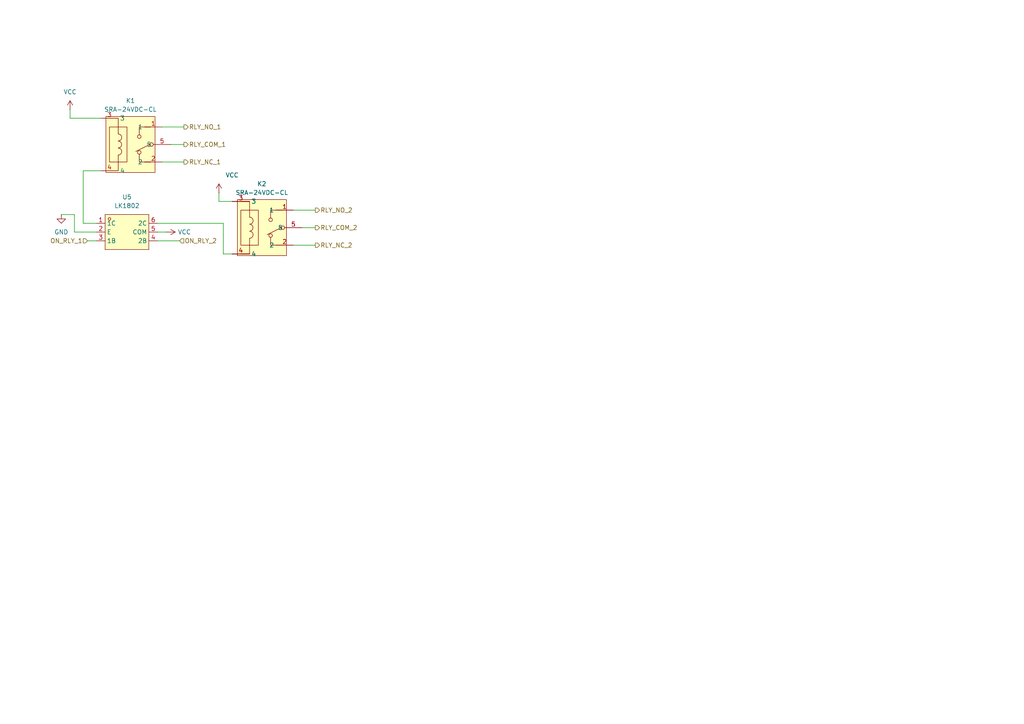
<source format=kicad_sch>
(kicad_sch (version 20250114) (generator "eeschema") (generator_version "9.0")
  (paper "A4")
  (lib_symbols
    (symbol "RLY:LK1802"
      (property "Reference" "U" (at 0 7.62 0))
      (property "Value" "LK1802" (at 0 -7.62 0))
      (symbol "LK1802_0_1"
        (rectangle (start -6.35 5.08) (end 6.35 -5.08) (fill (type background)))
        (circle (center -5.08 3.81) (radius 0.38))
        (pin unspecified line (at -8.89 2.54 0) (length 2.54) (name "1C") (number "1"))
        (pin unspecified line (at -8.89 0 0) (length 2.54) (name "E") (number "2"))
        (pin unspecified line (at -8.89 -2.54 0) (length 2.54) (name "1B") (number "3"))
        (pin unspecified line (at 8.89 2.54 180) (length 2.54) (name "2C") (number "6"))
        (pin unspecified line (at 8.89 0 180) (length 2.54) (name "COM") (number "5"))
        (pin unspecified line (at 8.89 -2.54 180) (length 2.54) (name "2B") (number "4"))
      )
    )
    (symbol "RLY:SRA-24VDC-CL"
      (property "Reference" "K" (at 0 12.7 0))
      (property "Value" "SRA-24VDC-CL" (at 0 -12.7 0))
      (symbol "SRA-24VDC-CL_0_1"
        (rectangle (start -8.64 8.13) (end 5.59 -8.13) (fill (type background)))
        (rectangle (start -7.62 5.08) (end -2.54 -5.08) (fill (type background)))
        (arc (start -5.08 1.02) (mid -4.0979 0) (end -5.08 -1.02))
        (arc (start -5.08 3.05) (mid -4.0743 2.035) (end -5.08 1.02))
        (arc (start -5.08 -1.02) (mid -4.0743 -2.035) (end -5.08 -3.05))
        (polyline (pts (xy -5.08 3.05) (xy -5.08 7.62) (xy -7.62 7.62)))
        (polyline (pts (xy -5.08 -3.05) (xy -5.08 -7.62) (xy -7.62 -7.62)))
        (polyline (pts (xy 0 -2.03) (xy 4.06 0)))
        (polyline (pts (xy 1.02 2.79) (xy 1.02 5.08) (xy 4.32 5.08)))
        (circle (center 1.02 2.29) (radius 0.51))
        (circle (center 1.02 -2.29) (radius 0.51))
        (polyline (pts (xy 1.02 -2.79) (xy 1.02 -5.08) (xy 4.32 -5.08)))
        (circle (center 4.57 0) (radius 0.51))
        (pin unspecified line (at -10.16 7.62 0) (length 5.08) (name "3") (number "3"))
        (pin unspecified line (at -10.16 -7.62 0) (length 5.08) (name "4") (number "4"))
        (pin unspecified line (at 7.62 5.08 180) (length 5.08) (name "1") (number "1"))
        (pin unspecified line (at 7.62 -5.08 180) (length 5.08) (name "2") (number "2"))
        (pin unspecified line (at 10.16 0 180) (length 5.08) (name "5") (number "5"))
      )
    )
    (symbol "power:GND" (power) (pin_numbers (hide yes)) (pin_names (offset 0) (hide yes))
      (property "Value" "GND" (at 0 -3.81 0))
      (symbol "GND_0_1"
        (polyline (pts (xy 0 0) (xy 0 -1.27) (xy 1.27 -1.27) (xy 0 -2.54) (xy -1.27 -1.27) (xy 0 -1.27)))
      )
      (symbol "GND_1_1"
        (pin power_in line (at 0 0 270) (length 0) (name "~") (number "1"))
      )
    )
    (symbol "power:VCC" (power) (pin_numbers (hide yes)) (pin_names (offset 0) (hide yes))
      (property "Value" "VCC" (at 0 3.556 0))
      (symbol "VCC_0_1"
        (polyline (pts (xy -0.762 1.27) (xy 0 2.54)))
        (polyline (pts (xy 0 2.54) (xy 0.762 1.27)))
        (polyline (pts (xy 0 0) (xy 0 2.54)))
      )
      (symbol "VCC_1_1"
        (pin power_in line (at 0 0 90) (length 0) (name "~") (number "1"))
      )
    )
  )
  (wire (pts (xy 25.4 69.85) (xy 27.94 69.85)))
  (wire (pts (xy 49.53 41.91) (xy 53.34 41.91)))
  (wire (pts (xy 21.59 67.31) (xy 27.94 67.31)))
  (wire (pts (xy 45.72 64.77) (xy 64.77 64.77)))
  (wire (pts (xy 85.09 60.96) (xy 91.44 60.96)))
  (wire (pts (xy 20.32 31.75) (xy 20.32 34.29)))
  (wire (pts (xy 45.72 67.31) (xy 48.26 67.31)))
  (wire (pts (xy 21.59 62.23) (xy 21.59 67.31)))
  (wire (pts (xy 85.09 71.12) (xy 91.44 71.12)))
  (wire (pts (xy 64.77 73.66) (xy 67.31 73.66)))
  (wire (pts (xy 63.5 55.88) (xy 63.5 58.42)))
  (wire (pts (xy 20.32 34.29) (xy 29.21 34.29)))
  (wire (pts (xy 24.13 64.77) (xy 24.13 49.53)))
  (wire (pts (xy 24.13 49.53) (xy 29.21 49.53)))
  (wire (pts (xy 87.63 66.04) (xy 91.44 66.04)))
  (wire (pts (xy 45.72 69.85) (xy 52.07 69.85)))
  (wire (pts (xy 27.94 64.77) (xy 24.13 64.77)))
  (wire (pts (xy 63.5 58.42) (xy 67.31 58.42)))
  (wire (pts (xy 64.77 64.77) (xy 64.77 73.66)))
  (wire (pts (xy 46.99 46.99) (xy 53.34 46.99)))
  (wire (pts (xy 17.78 62.23) (xy 21.59 62.23)))
  (wire (pts (xy 46.99 36.83) (xy 53.34 36.83)))
  (hierarchical_label "RLY_NC_1" (shape output) (at 53.34 46.99 0))
  (hierarchical_label "ON_RLY_2" (shape input) (at 52.07 69.85 0))
  (hierarchical_label "RLY_COM_1" (shape output) (at 53.34 41.91 0))
  (hierarchical_label "RLY_NO_2" (shape output) (at 91.44 60.96 0))
  (hierarchical_label "ON_RLY_1" (shape input) (at 25.4 69.85 180))
  (hierarchical_label "RLY_COM_2" (shape output) (at 91.44 66.04 0))
  (hierarchical_label "RLY_NO_1" (shape output) (at 53.34 36.83 0))
  (hierarchical_label "RLY_NC_2" (shape output) (at 91.44 71.12 0))
  (symbol (lib_id "power:VCC") (at 63.5 55.88 0) (unit 1)
    (property "Reference" "#PWR056" (effects (hide yes)))
    (property "Value" "VCC" (at 67.31 50.8 0))
    (property "Description" "Power symbol creates a global label with name \"VCC\"" (effects (hide yes)))
  )
  (symbol (lib_id "power:GND") (at 17.78 62.23 0) (unit 1)
    (property "Reference" "#PWR058" (effects (hide yes)))
    (property "Value" "GND" (at 17.78 67.31 0))
    (property "Description" "Power symbol creates a global label with name \"GND\" , ground" (effects (hide yes)))
  )
  (symbol (lib_id "RLY:SRA-24VDC-CL") (at 77.47 66.04 0) (unit 1)
    (property "Reference" "K2" (at 75.945 53.34 0))
    (property "Value" "SRA-24VDC-CL" (at 75.945 55.88 0))
    (property "Footprint" "Battery:RELAY-TH_SRA-X-CX" (effects (hide yes)))
    (property "Datasheet" "https://lcsc.com/product-detail/Relays_SRA-24VDC-CL_C127865.html" (effects (hide yes)))
    (property "LCSC Part" "C127865" (effects (hide yes)))
  )
  (symbol (lib_id "power:VCC") (at 20.32 31.75 0) (unit 1)
    (property "Reference" "#PWR055" (effects (hide yes)))
    (property "Value" "VCC" (at 20.32 26.67 0))
    (property "Description" "Power symbol creates a global label with name \"VCC\"" (effects (hide yes)))
  )
  (symbol (lib_id "RLY:LK1802") (at 36.83 67.31 0) (unit 1)
    (property "Reference" "U5" (at 36.83 57.15 0))
    (property "Value" "LK1802" (at 36.83 59.69 0))
    (property "Footprint" "Battery:LK1802" (effects (hide yes)))
    (property "LCSC Part" "C2984831" (effects (hide yes)))
  )
  (symbol (lib_id "RLY:SRA-24VDC-CL") (at 39.37 41.91 0) (unit 1)
    (property "Reference" "K1" (at 37.845 29.21 0))
    (property "Value" "SRA-24VDC-CL" (at 37.845 31.75 0))
    (property "Footprint" "Battery:RELAY-TH_SRA-X-CX" (effects (hide yes)))
    (property "Datasheet" "https://lcsc.com/product-detail/Relays_SRA-24VDC-CL_C127865.html" (effects (hide yes)))
    (property "LCSC Part" "C127865" (effects (hide yes)))
  )
  (symbol (lib_id "power:VCC") (at 48.26 67.31 270) (unit 1)
    (property "Reference" "#PWR057" (effects (hide yes)))
    (property "Value" "VCC" (at 51.562 67.31 90) (effects (justify left)))
    (property "Description" "Power symbol creates a global label with name \"VCC\"" (effects (hide yes)))
  )
)
</source>
